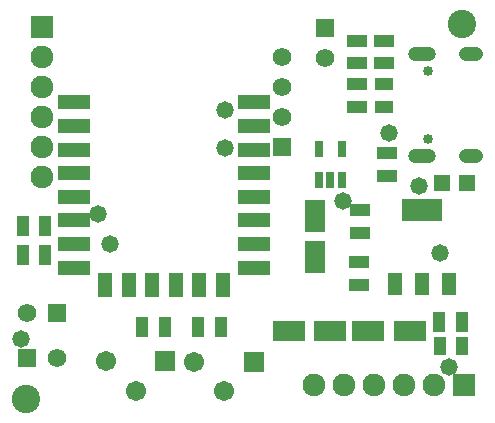
<source format=gts>
G04*
G04 #@! TF.GenerationSoftware,Altium Limited,Altium Designer,24.1.2 (44)*
G04*
G04 Layer_Color=8388736*
%FSLAX25Y25*%
%MOIN*%
G70*
G04*
G04 #@! TF.SameCoordinates,C2AC8D72-DAC2-4925-AC6E-3273F7DC1B7E*
G04*
G04*
G04 #@! TF.FilePolarity,Negative*
G04*
G01*
G75*
%ADD16R,0.10642X0.04737*%
%ADD17R,0.04737X0.07887*%
%ADD18R,0.04343X0.06509*%
%ADD19R,0.04540X0.07690*%
%ADD20R,0.13398X0.07690*%
%ADD21R,0.03000X0.05800*%
%ADD22R,0.10642X0.07099*%
%ADD23R,0.07099X0.10642*%
%ADD24R,0.06509X0.04343*%
%ADD25R,0.04343X0.05918*%
%ADD26R,0.05524X0.05524*%
%ADD27R,0.05918X0.04343*%
%ADD28C,0.09461*%
%ADD29R,0.06737X0.06737*%
%ADD30C,0.06737*%
%ADD31C,0.06194*%
%ADD32R,0.06194X0.06194*%
%ADD33R,0.06194X0.06194*%
%ADD34R,0.07591X0.07591*%
%ADD35C,0.07591*%
%ADD36R,0.07591X0.07591*%
%ADD37C,0.03359*%
%ADD38O,0.08083X0.04934*%
%ADD39O,0.09265X0.04934*%
%ADD40C,0.05800*%
D16*
X208421Y227280D02*
D03*
Y219406D02*
D03*
Y211532D02*
D03*
Y203657D02*
D03*
Y195783D02*
D03*
Y187909D02*
D03*
Y180035D02*
D03*
Y172161D02*
D03*
X148579D02*
D03*
Y180035D02*
D03*
Y187909D02*
D03*
Y195783D02*
D03*
Y203657D02*
D03*
Y211532D02*
D03*
Y219406D02*
D03*
Y227280D02*
D03*
D17*
X198185Y166256D02*
D03*
X190311D02*
D03*
X182437D02*
D03*
X174563D02*
D03*
X166689D02*
D03*
X158815D02*
D03*
D18*
X131500Y186000D02*
D03*
X138980D02*
D03*
Y176500D02*
D03*
X131500D02*
D03*
X171260Y152500D02*
D03*
X178740D02*
D03*
X190000D02*
D03*
X197480D02*
D03*
X270260Y154000D02*
D03*
X277740D02*
D03*
D19*
X255445Y166598D02*
D03*
X264500D02*
D03*
X273555D02*
D03*
D20*
X264500Y191402D02*
D03*
D21*
X230300Y201400D02*
D03*
X234000D02*
D03*
X237700D02*
D03*
Y211600D02*
D03*
X230300D02*
D03*
D22*
X246610Y151000D02*
D03*
X260390D02*
D03*
X234000D02*
D03*
X220220D02*
D03*
D23*
X229000Y189390D02*
D03*
Y175610D02*
D03*
D24*
X244000Y183760D02*
D03*
Y191240D02*
D03*
X243500Y166500D02*
D03*
Y173980D02*
D03*
X253000Y210240D02*
D03*
Y202760D02*
D03*
X243000Y225760D02*
D03*
Y233240D02*
D03*
X251711Y240260D02*
D03*
Y247740D02*
D03*
X243000D02*
D03*
Y240260D02*
D03*
D25*
X270500Y146000D02*
D03*
X277980D02*
D03*
D26*
X279500Y200500D02*
D03*
X271232D02*
D03*
D27*
X252000Y233240D02*
D03*
Y225760D02*
D03*
D28*
X132500Y128500D02*
D03*
X278000Y253500D02*
D03*
D29*
X208342Y140843D02*
D03*
X179000Y141000D02*
D03*
D30*
X198500Y131000D02*
D03*
X188657Y140843D02*
D03*
X169157Y131157D02*
D03*
X159315Y141000D02*
D03*
D31*
X133000Y157000D02*
D03*
X143000Y142000D02*
D03*
X218000Y222500D02*
D03*
Y232500D02*
D03*
Y242500D02*
D03*
X232139Y242000D02*
D03*
D32*
X143000Y157000D02*
D03*
X133000Y142000D02*
D03*
X218000Y212500D02*
D03*
D33*
X232139Y252000D02*
D03*
D34*
X138000Y252500D02*
D03*
D35*
Y242500D02*
D03*
Y232500D02*
D03*
Y222500D02*
D03*
Y212500D02*
D03*
Y202500D02*
D03*
X268500Y133000D02*
D03*
X258500D02*
D03*
X248500D02*
D03*
X238500D02*
D03*
X228500D02*
D03*
D36*
X278500D02*
D03*
D37*
X266512Y237878D02*
D03*
Y215122D02*
D03*
D38*
X281000Y209492D02*
D03*
Y243508D02*
D03*
D39*
X264543Y209492D02*
D03*
Y243508D02*
D03*
D40*
X270500Y177000D02*
D03*
X131000Y148400D02*
D03*
X198700Y212000D02*
D03*
X160635Y180035D02*
D03*
X238300Y194400D02*
D03*
X253400Y217100D02*
D03*
X263500Y199300D02*
D03*
X273500Y138920D02*
D03*
X156400Y189909D02*
D03*
X199000Y224600D02*
D03*
M02*

</source>
